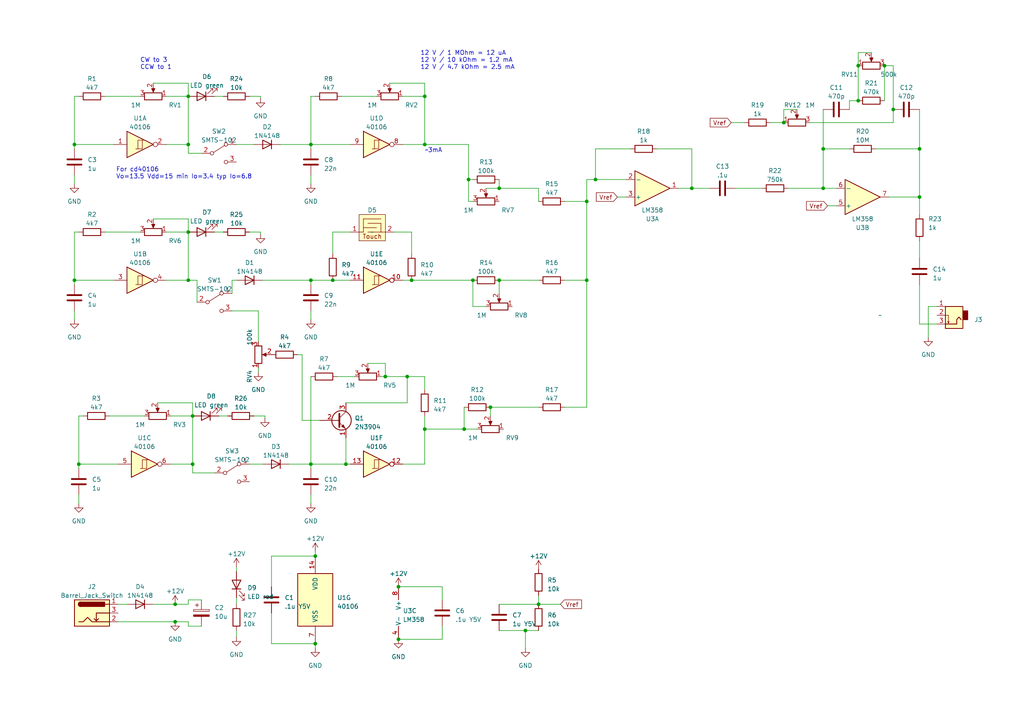
<source format=kicad_sch>
(kicad_sch (version 20230121) (generator eeschema)
  (paper "A4")
  (lib_symbols
    (symbol "4xxx:40106" (pin_names (offset 1.016))
      (property "Reference" "U" (at 0 1.27 0))
      (property "Value" "40106" (at 0 -1.27 0))
      (symbol "40106_1_0"
        (polyline (pts (xy -0.635 -1.27) (xy -0.635 1.27) (xy 0.635 1.27)))
        (polyline (pts (xy -3.81 3.81) (xy -3.81 -3.81) (xy 3.81 0) (xy -3.81 3.81)) (stroke (width 0.254)) (fill (type background)))
        (polyline (pts (xy -1.27 -1.27) (xy 0.635 -1.27) (xy 0.635 1.27) (xy 1.27 1.27)))
        (pin input line (at -7.62 0 0) (length 3.81) (name "~") (number "1"))
        (pin output inverted (at 7.62 0 180) (length 3.81) (name "~") (number "2"))
      )
      (symbol "40106_2_0"
        (polyline (pts (xy -0.635 -1.27) (xy -0.635 1.27) (xy 0.635 1.27)))
        (polyline (pts (xy -3.81 3.81) (xy -3.81 -3.81) (xy 3.81 0) (xy -3.81 3.81)) (stroke (width 0.254)) (fill (type background)))
        (polyline (pts (xy -1.27 -1.27) (xy 0.635 -1.27) (xy 0.635 1.27) (xy 1.27 1.27)))
        (pin input line (at -7.62 0 0) (length 3.81) (name "~") (number "3"))
        (pin output inverted (at 7.62 0 180) (length 3.81) (name "~") (number "4"))
      )
      (symbol "40106_3_0"
        (polyline (pts (xy -0.635 -1.27) (xy -0.635 1.27) (xy 0.635 1.27)))
        (polyline (pts (xy -3.81 3.81) (xy -3.81 -3.81) (xy 3.81 0) (xy -3.81 3.81)) (stroke (width 0.254)) (fill (type background)))
        (polyline (pts (xy -1.27 -1.27) (xy 0.635 -1.27) (xy 0.635 1.27) (xy 1.27 1.27)))
        (pin input line (at -7.62 0 0) (length 3.81) (name "~") (number "5"))
        (pin output inverted (at 7.62 0 180) (length 3.81) (name "~") (number "6"))
      )
      (symbol "40106_4_0"
        (polyline (pts (xy -0.635 -1.27) (xy -0.635 1.27) (xy 0.635 1.27)))
        (polyline (pts (xy -3.81 3.81) (xy -3.81 -3.81) (xy 3.81 0) (xy -3.81 3.81)) (stroke (width 0.254)) (fill (type background)))
        (polyline (pts (xy -1.27 -1.27) (xy 0.635 -1.27) (xy 0.635 1.27) (xy 1.27 1.27)))
        (pin output inverted (at 7.62 0 180) (length 3.81) (name "~") (number "8"))
        (pin input line (at -7.62 0 0) (length 3.81) (name "~") (number "9"))
      )
      (symbol "40106_5_0"
        (polyline (pts (xy -0.635 -1.27) (xy -0.635 1.27) (xy 0.635 1.27)))
        (polyline (pts (xy -3.81 3.81) (xy -3.81 -3.81) (xy 3.81 0) (xy -3.81 3.81)) (stroke (width 0.254)) (fill (type background)))
        (polyline (pts (xy -1.27 -1.27) (xy 0.635 -1.27) (xy 0.635 1.27) (xy 1.27 1.27)))
        (pin output inverted (at 7.62 0 180) (length 3.81) (name "~") (number "10"))
        (pin input line (at -7.62 0 0) (length 3.81) (name "~") (number "11"))
      )
      (symbol "40106_6_0"
        (polyline (pts (xy -0.635 -1.27) (xy -0.635 1.27) (xy 0.635 1.27)))
        (polyline (pts (xy -3.81 3.81) (xy -3.81 -3.81) (xy 3.81 0) (xy -3.81 3.81)) (stroke (width 0.254)) (fill (type background)))
        (polyline (pts (xy -1.27 -1.27) (xy 0.635 -1.27) (xy 0.635 1.27) (xy 1.27 1.27)))
        (pin output inverted (at 7.62 0 180) (length 3.81) (name "~") (number "12"))
        (pin input line (at -7.62 0 0) (length 3.81) (name "~") (number "13"))
      )
      (symbol "40106_7_0"
        (pin power_in line (at 0 12.7 270) (length 5.08) (name "VDD") (number "14"))
        (pin power_in line (at 0 -12.7 90) (length 5.08) (name "VSS") (number "7"))
      )
      (symbol "40106_7_1"
        (rectangle (start -5.08 7.62) (end 5.08 -7.62) (stroke (width 0.254)) (fill (type background)))
      )
    )
    (symbol "Amplifier_Operational:LM358" (pin_names (offset 0.127))
      (property "Reference" "U" (at 0 5.08 0))
      (property "Value" "LM358" (at 0 -5.08 0))
      (symbol "LM358_1_1"
        (polyline (pts (xy -5.08 5.08) (xy 5.08 0) (xy -5.08 -5.08) (xy -5.08 5.08)) (stroke (width 0.254)) (fill (type background)))
        (pin output line (at 7.62 0 180) (length 2.54) (name "~") (number "1"))
        (pin input line (at -7.62 -2.54 0) (length 2.54) (name "-") (number "2"))
        (pin input line (at -7.62 2.54 0) (length 2.54) (name "+") (number "3"))
      )
      (symbol "LM358_2_1"
        (polyline (pts (xy -5.08 5.08) (xy 5.08 0) (xy -5.08 -5.08) (xy -5.08 5.08)) (stroke (width 0.254)) (fill (type background)))
        (pin input line (at -7.62 2.54 0) (length 2.54) (name "+") (number "5"))
        (pin input line (at -7.62 -2.54 0) (length 2.54) (name "-") (number "6"))
        (pin output line (at 7.62 0 180) (length 2.54) (name "~") (number "7"))
      )
      (symbol "LM358_3_1"
        (pin power_in line (at -2.54 -7.62 90) (length 3.81) (name "V-") (number "4"))
        (pin power_in line (at -2.54 7.62 270) (length 3.81) (name "V+") (number "8"))
      )
    )
    (symbol "Connector:Barrel_Jack_Switch" (pin_names hide)
      (property "Reference" "J" (at 0 5.334 0))
      (property "Value" "Barrel_Jack_Switch" (at 0 -5.08 0))
      (symbol "Barrel_Jack_Switch_0_1"
        (rectangle (start -5.08 3.81) (end 5.08 -3.81) (stroke (width 0.254)) (fill (type background)))
        (arc (start -3.302 3.175) (mid -3.9343 2.54) (end -3.302 1.905) (stroke (width 0.254)))
        (arc (start -3.302 3.175) (mid -3.9343 2.54) (end -3.302 1.905) (stroke (width 0.254)) (fill (type outline)))
        (polyline (pts (xy 1.27 -2.286) (xy 1.905 -1.651)) (stroke (width 0.254)))
        (polyline (pts (xy 5.08 2.54) (xy 3.81 2.54)) (stroke (width 0.254)))
        (polyline (pts (xy 5.08 0) (xy 1.27 0) (xy 1.27 -2.286) (xy 0.635 -1.651)) (stroke (width 0.254)))
        (polyline (pts (xy -3.81 -2.54) (xy -2.54 -2.54) (xy -1.27 -1.27) (xy 0 -2.54) (xy 2.54 -2.54) (xy 5.08 -2.54)) (stroke (width 0.254)))
        (rectangle (start 3.683 3.175) (end -3.302 1.905) (stroke (width 0.254)) (fill (type outline)))
      )
      (symbol "Barrel_Jack_Switch_1_1"
        (pin passive line (at 7.62 2.54 180) (length 2.54) (name "~") (number "1"))
        (pin passive line (at 7.62 -2.54 180) (length 2.54) (name "~") (number "2"))
        (pin passive line (at 7.62 0 180) (length 2.54) (name "~") (number "3"))
      )
    )
    (symbol "Device:C" (pin_numbers hide) (pin_names (offset 0.254))
      (property "Reference" "C" (at 0.635 2.54 0))
      (property "Value" "C" (at 0.635 -2.54 0))
      (symbol "C_0_1"
        (polyline (pts (xy -2.032 -0.762) (xy 2.032 -0.762)) (stroke (width 0.508)))
        (polyline (pts (xy -2.032 0.762) (xy 2.032 0.762)) (stroke (width 0.508)))
      )
      (symbol "C_1_1"
        (pin passive line (at 0 3.81 270) (length 2.794) (name "~") (number "1"))
        (pin passive line (at 0 -3.81 90) (length 2.794) (name "~") (number "2"))
      )
    )
    (symbol "Device:C_Polarized" (pin_numbers hide) (pin_names (offset 0.254))
      (property "Reference" "C" (at 0.635 2.54 0))
      (property "Value" "C_Polarized" (at 0.635 -2.54 0))
      (symbol "C_Polarized_0_1"
        (rectangle (start -2.286 0.508) (end 2.286 1.016))
        (polyline (pts (xy -1.778 2.286) (xy -0.762 2.286)))
        (polyline (pts (xy -1.27 2.794) (xy -1.27 1.778)))
        (rectangle (start 2.286 -0.508) (end -2.286 -1.016) (fill (type outline)))
      )
      (symbol "C_Polarized_1_1"
        (pin passive line (at 0 3.81 270) (length 2.794) (name "~") (number "1"))
        (pin passive line (at 0 -3.81 90) (length 2.794) (name "~") (number "2"))
      )
    )
    (symbol "Device:LED" (pin_numbers hide) (pin_names (offset 1.016) hide)
      (property "Reference" "D" (at 0 2.54 0))
      (property "Value" "LED" (at 0 -2.54 0))
      (symbol "LED_0_1"
        (polyline (pts (xy -1.27 -1.27) (xy -1.27 1.27)) (stroke (width 0.254)))
        (polyline (pts (xy -1.27 0) (xy 1.27 0)))
        (polyline (pts (xy 1.27 -1.27) (xy 1.27 1.27) (xy -1.27 0) (xy 1.27 -1.27)) (stroke (width 0.254)))
        (polyline (pts (xy -3.048 -0.762) (xy -4.572 -2.286) (xy -3.81 -2.286) (xy -4.572 -2.286) (xy -4.572 -1.524)))
        (polyline (pts (xy -1.778 -0.762) (xy -3.302 -2.286) (xy -2.54 -2.286) (xy -3.302 -2.286) (xy -3.302 -1.524)))
      )
      (symbol "LED_1_1"
        (pin passive line (at -3.81 0 0) (length 2.54) (name "K") (number "1"))
        (pin passive line (at 3.81 0 180) (length 2.54) (name "A") (number "2"))
      )
    )
    (symbol "Device:R" (pin_numbers hide) (pin_names (offset 0))
      (property "Reference" "R" (at 2.032 0 90))
      (property "Value" "R" (at 0 0 90))
      (symbol "R_0_1"
        (rectangle (start -1.016 -2.54) (end 1.016 2.54) (stroke (width 0.254)))
      )
      (symbol "R_1_1"
        (pin passive line (at 0 3.81 270) (length 1.27) (name "~") (number "1"))
        (pin passive line (at 0 -3.81 90) (length 1.27) (name "~") (number "2"))
      )
    )
    (symbol "Device:R_Potentiometer" (pin_names (offset 1.016) hide)
      (property "Reference" "RV" (at -4.445 0 90))
      (property "Value" "R_Potentiometer" (at -2.54 0 90))
      (symbol "R_Potentiometer_0_1"
        (polyline (pts (xy 2.54 0) (xy 1.524 0)))
        (polyline (pts (xy 1.143 0) (xy 2.286 0.508) (xy 2.286 -0.508) (xy 1.143 0)) (fill (type outline)))
        (rectangle (start 1.016 2.54) (end -1.016 -2.54) (stroke (width 0.254)))
      )
      (symbol "R_Potentiometer_1_1"
        (pin passive line (at 0 3.81 270) (length 1.27) (name "1") (number "1"))
        (pin passive line (at 3.81 0 180) (length 1.27) (name "2") (number "2"))
        (pin passive line (at 0 -3.81 90) (length 1.27) (name "3") (number "3"))
      )
    )
    (symbol "Diode:1N4148" (pin_numbers hide) (pin_names hide)
      (property "Reference" "D" (at 0 2.54 0))
      (property "Value" "1N4148" (at 0 -2.54 0))
      (symbol "1N4148_0_1"
        (polyline (pts (xy -1.27 1.27) (xy -1.27 -1.27)) (stroke (width 0.254)))
        (polyline (pts (xy 1.27 0) (xy -1.27 0)))
        (polyline (pts (xy 1.27 1.27) (xy 1.27 -1.27) (xy -1.27 0) (xy 1.27 1.27)) (stroke (width 0.254)))
      )
      (symbol "1N4148_1_1"
        (pin passive line (at -3.81 0 0) (length 2.54) (name "K") (number "1"))
        (pin passive line (at 3.81 0 180) (length 2.54) (name "A") (number "2"))
      )
    )
    (symbol "Switch:SW_SPDT" (pin_names (offset 0) hide)
      (property "Reference" "SW" (at 0 4.318 0))
      (property "Value" "SW_SPDT" (at 0 -5.08 0))
      (symbol "SW_SPDT_0_0"
        (circle (center -2.032 0) (radius 0.508))
        (circle (center 2.032 -2.54) (radius 0.508))
      )
      (symbol "SW_SPDT_0_1"
        (polyline (pts (xy -1.524 0.254) (xy 1.651 2.286)))
        (circle (center 2.032 2.54) (radius 0.508))
      )
      (symbol "SW_SPDT_1_1"
        (pin passive line (at 5.08 2.54 180) (length 2.54) (name "A") (number "1"))
        (pin passive line (at -5.08 0 0) (length 2.54) (name "B") (number "2"))
        (pin passive line (at 5.08 -2.54 180) (length 2.54) (name "C") (number "3"))
      )
    )
    (symbol "Transistor_BJT:2N3904" (pin_names (offset 0) hide)
      (property "Reference" "Q" (at 5.08 1.905 0))
      (property "Value" "2N3904" (at 5.08 0 0))
      (symbol "2N3904_0_1"
        (polyline (pts (xy 0.635 0.635) (xy 2.54 2.54)))
        (polyline (pts (xy 0.635 -0.635) (xy 2.54 -2.54) (xy 2.54 -2.54)))
        (polyline (pts (xy 0.635 1.905) (xy 0.635 -1.905) (xy 0.635 -1.905)) (stroke (width 0.508)))
        (polyline (pts (xy 1.27 -1.778) (xy 1.778 -1.27) (xy 2.286 -2.286) (xy 1.27 -1.778) (xy 1.27 -1.778)) (fill (type outline)))
        (circle (center 1.27 0) (radius 2.8194) (stroke (width 0.254)))
      )
      (symbol "2N3904_1_1"
        (pin passive line (at 2.54 -5.08 90) (length 2.54) (name "E") (number "1"))
        (pin passive line (at -5.08 0 0) (length 5.715) (name "B") (number "2"))
        (pin passive line (at 2.54 5.08 270) (length 2.54) (name "C") (number "3"))
      )
    )
    (symbol "import:AudioJackMono"
      (property "Reference" "J3" (at -5.715 1.27 0))
      (property "Value" "~" (at 21.59 2.54 0))
      (symbol "AudioJackMono_0_1"
        (rectangle (start -3.81 3.81) (end -2.54 1.27) (stroke (width 0.254)) (fill (type outline)))
        (rectangle (start -2.413 5.08) (end 2.667 -1.27) (stroke (width 0.254)) (fill (type background)))
        (polyline (pts (xy 1.778 0.254) (xy 2.032 0.762)))
        (polyline (pts (xy 2.54 2.54) (xy 1.778 2.54) (xy 1.778 0.254) (xy 1.524 0.762)))
        (polyline (pts (xy 2.54 0) (xy -0.635 0) (xy -0.635 1.27) (xy -1.27 2.032) (xy -1.905 1.27)) (stroke (width 0.254)))
      )
      (symbol "AudioJackMono_1_1"
        (pin passive line (at 5.08 5.08 180) (length 2.54) (name "~") (number "1"))
        (pin passive line (at 5.08 2.54 180) (length 2.54) (name "~") (number "2"))
        (pin passive line (at 5.08 0 180) (length 2.54) (name "~") (number "3"))
      )
    )
    (symbol "import:tactile_pad" (in_bom no)
      (property "Reference" "D" (at 0 6.35 0))
      (symbol "tactile_pad_0_1"
        (polyline (pts (xy -3.81 0) (xy -2.54 0)))
        (polyline (pts (xy -2.54 1.27) (xy 1.27 1.27)))
        (polyline (pts (xy -2.54 3.81) (xy -2.54 0)))
        (polyline (pts (xy -2.54 3.81) (xy 2.54 3.81)))
        (polyline (pts (xy -1.27 0) (xy 2.54 0)))
        (polyline (pts (xy -1.27 2.54) (xy 2.54 2.54)))
        (polyline (pts (xy 2.54 0) (xy 3.81 0)))
        (polyline (pts (xy 2.54 2.54) (xy 2.54 0)))
      )
      (symbol "tactile_pad_1_1"
        (rectangle (start -3.81 5.08) (end 3.81 -2.54) (fill (type background)))
        (text "Touch" (at 0 -1.27 0) (effects (font (size 1.27 1.27))))
        (pin passive line (at -6.35 0 0) (length 2.54) (name "") (number "1"))
        (pin passive line (at 6.35 0 180) (length 2.54) (name "") (number "2"))
      )
    )
    (symbol "power:+12V" (power) (pin_names (offset 0))
      (property "Value" "+12V" (at 0 3.556 0))
      (symbol "+12V_0_1"
        (polyline (pts (xy -0.762 1.27) (xy 0 2.54)))
        (polyline (pts (xy 0 0) (xy 0 2.54)))
        (polyline (pts (xy 0 2.54) (xy 0.762 1.27)))
      )
      (symbol "+12V_1_1"
        (pin power_in line (at 0 0 90) (length 0) hide (name "+12V") (number "1"))
      )
    )
    (symbol "power:GND" (power) (pin_names (offset 0))
      (property "Value" "GND" (at 0 -3.81 0))
      (symbol "GND_0_1"
        (polyline (pts (xy 0 0) (xy 0 -1.27) (xy 1.27 -1.27) (xy 0 -2.54) (xy -1.27 -1.27) (xy 0 -1.27)))
      )
      (symbol "GND_1_1"
        (pin power_in line (at 0 0 270) (length 0) hide (name "GND") (number "1"))
      )
    )
  )
  (junction (at 55.88 120.65))
  (junction (at 115.57 185.42))
  (junction (at 54.61 41.91))
  (junction (at 200.66 54.61))
  (junction (at 96.52 81.28))
  (junction (at 170.18 81.28))
  (junction (at 137.16 81.28))
  (junction (at 100.33 134.62))
  (junction (at 152.4 182.88))
  (junction (at 91.44 161.29))
  (junction (at 227.33 35.56))
  (junction (at 135.89 52.07))
  (junction (at 90.17 134.62))
  (junction (at 238.76 43.18))
  (junction (at 144.78 54.61))
  (junction (at 119.38 81.28))
  (junction (at 54.61 67.31))
  (junction (at 54.61 81.28))
  (junction (at 142.24 118.11))
  (junction (at 21.59 81.28))
  (junction (at 248.92 29.21))
  (junction (at 55.88 134.62))
  (junction (at 21.59 41.91))
  (junction (at 91.44 186.69))
  (junction (at 115.57 170.18))
  (junction (at 90.17 81.28))
  (junction (at 123.19 124.46))
  (junction (at 170.18 58.42))
  (junction (at 256.54 19.05))
  (junction (at 172.72 52.07))
  (junction (at 54.61 27.94))
  (junction (at 123.19 27.94))
  (junction (at 259.08 31.75))
  (junction (at 144.78 81.28))
  (junction (at 90.17 41.91))
  (junction (at 238.76 54.61))
  (junction (at 118.11 109.22))
  (junction (at 248.92 19.05))
  (junction (at 22.86 134.62))
  (junction (at 156.21 175.26))
  (junction (at 111.76 109.22))
  (junction (at 266.7 57.15))
  (junction (at 123.19 41.91))
  (junction (at 50.8 180.34))
  (junction (at 134.62 124.46))
  (junction (at 50.8 175.26))
  (junction (at 266.7 43.18))
  (wire (pts (xy 110.49 109.22) (xy 111.76 109.22)))
  (wire (pts (xy 68.58 81.28) (xy 67.31 81.28)))
  (wire (pts (xy 90.17 81.28) (xy 90.17 82.55)))
  (wire (pts (xy 163.83 81.28) (xy 170.18 81.28)))
  (wire (pts (xy 111.76 109.22) (xy 118.11 109.22)))
  (wire (pts (xy 54.61 180.34) (xy 50.8 180.34)))
  (wire (pts (xy 123.19 24.13) (xy 113.03 24.13)))
  (wire (pts (xy 58.42 173.99) (xy 54.61 173.99)))
  (wire (pts (xy 144.78 182.88) (xy 152.4 182.88)))
  (wire (pts (xy 30.48 67.31) (xy 40.64 67.31)))
  (wire (pts (xy 259.08 31.75) (xy 259.08 35.56)))
  (wire (pts (xy 118.11 116.84) (xy 118.11 109.22)))
  (wire (pts (xy 48.26 41.91) (xy 54.61 41.91)))
  (wire (pts (xy 55.88 134.62) (xy 55.88 120.65)))
  (wire (pts (xy 90.17 143.51) (xy 90.17 146.05)))
  (wire (pts (xy 74.93 106.68) (xy 74.93 107.95)))
  (wire (pts (xy 73.66 120.65) (xy 76.835 120.65)))
  (wire (pts (xy 259.08 19.05) (xy 256.54 19.05)))
  (wire (pts (xy 67.31 81.28) (xy 67.31 85.09)))
  (wire (pts (xy 116.84 27.94) (xy 123.19 27.94)))
  (wire (pts (xy 128.27 170.18) (xy 128.27 173.99)))
  (wire (pts (xy 123.19 41.91) (xy 123.19 27.94)))
  (wire (pts (xy 21.59 90.17) (xy 21.59 92.71)))
  (wire (pts (xy 91.44 160.02) (xy 91.44 161.29)))
  (wire (pts (xy 200.66 54.61) (xy 196.85 54.61)))
  (wire (pts (xy 72.39 134.62) (xy 76.2 134.62)))
  (wire (pts (xy 238.76 43.18) (xy 238.76 54.61)))
  (wire (pts (xy 90.17 90.17) (xy 90.17 92.71)))
  (wire (pts (xy 22.86 27.94) (xy 21.59 27.94)))
  (wire (pts (xy 269.24 88.9) (xy 269.24 97.79)))
  (wire (pts (xy 62.23 27.94) (xy 64.77 27.94)))
  (wire (pts (xy 123.19 120.65) (xy 123.19 124.46)))
  (wire (pts (xy 76.835 120.65) (xy 76.835 121.285)))
  (wire (pts (xy 182.88 43.18) (xy 172.72 43.18)))
  (wire (pts (xy 78.74 161.29) (xy 91.44 161.29)))
  (wire (pts (xy 116.84 41.91) (xy 123.19 41.91)))
  (wire (pts (xy 135.89 52.07) (xy 135.89 58.42)))
  (wire (pts (xy 34.29 175.26) (xy 36.83 175.26)))
  (wire (pts (xy 144.78 81.28) (xy 156.21 81.28)))
  (wire (pts (xy 135.89 41.91) (xy 135.89 52.07)))
  (wire (pts (xy 238.76 54.61) (xy 242.57 54.61)))
  (wire (pts (xy 54.61 44.45) (xy 54.61 41.91)))
  (wire (pts (xy 49.53 120.65) (xy 55.88 120.65)))
  (wire (pts (xy 140.97 54.61) (xy 144.78 54.61)))
  (wire (pts (xy 96.52 67.31) (xy 101.6 67.31)))
  (wire (pts (xy 22.86 134.62) (xy 22.86 135.89)))
  (wire (pts (xy 144.78 54.61) (xy 156.21 54.61)))
  (wire (pts (xy 213.36 54.61) (xy 220.98 54.61)))
  (wire (pts (xy 55.88 137.16) (xy 62.23 137.16)))
  (wire (pts (xy 123.19 124.46) (xy 134.62 124.46)))
  (wire (pts (xy 68.58 164.465) (xy 68.58 165.735)))
  (wire (pts (xy 54.61 24.13) (xy 54.61 27.94)))
  (wire (pts (xy 90.17 50.8) (xy 90.17 53.34)))
  (wire (pts (xy 96.52 81.28) (xy 90.17 81.28)))
  (wire (pts (xy 83.82 134.62) (xy 90.17 134.62)))
  (wire (pts (xy 22.86 120.65) (xy 22.86 134.62)))
  (wire (pts (xy 62.23 67.31) (xy 64.77 67.31)))
  (wire (pts (xy 246.38 31.75) (xy 246.38 29.21)))
  (wire (pts (xy 172.72 52.07) (xy 181.61 52.07)))
  (wire (pts (xy 90.17 27.94) (xy 90.17 41.91)))
  (wire (pts (xy 74.93 90.17) (xy 67.31 90.17)))
  (wire (pts (xy 266.7 31.75) (xy 266.7 43.18)))
  (wire (pts (xy 118.11 109.22) (xy 123.19 109.22)))
  (wire (pts (xy 144.78 175.26) (xy 156.21 175.26)))
  (wire (pts (xy 116.84 81.28) (xy 119.38 81.28)))
  (wire (pts (xy 72.39 27.94) (xy 75.565 27.94)))
  (wire (pts (xy 90.17 109.22) (xy 90.17 134.62)))
  (wire (pts (xy 163.83 118.11) (xy 170.18 118.11)))
  (wire (pts (xy 238.76 31.75) (xy 238.76 43.18)))
  (wire (pts (xy 54.61 181.61) (xy 54.61 180.34)))
  (wire (pts (xy 54.61 175.26) (xy 50.8 175.26)))
  (wire (pts (xy 34.29 134.62) (xy 22.86 134.62)))
  (wire (pts (xy 21.59 50.8) (xy 21.59 53.34)))
  (wire (pts (xy 90.17 41.91) (xy 90.17 43.18)))
  (wire (pts (xy 144.78 52.07) (xy 144.78 54.61)))
  (wire (pts (xy 21.59 27.94) (xy 21.59 41.91)))
  (wire (pts (xy 57.15 81.28) (xy 54.61 81.28)))
  (wire (pts (xy 76.2 81.28) (xy 90.17 81.28)))
  (wire (pts (xy 22.86 143.51) (xy 22.86 146.05)))
  (wire (pts (xy 54.61 67.31) (xy 54.61 63.5)))
  (wire (pts (xy 246.38 29.21) (xy 248.92 29.21)))
  (wire (pts (xy 100.33 127) (xy 100.33 134.62)))
  (wire (pts (xy 170.18 81.28) (xy 170.18 118.11)))
  (wire (pts (xy 266.7 62.23) (xy 266.7 57.15)))
  (wire (pts (xy 54.61 27.94) (xy 54.61 41.91)))
  (wire (pts (xy 90.17 134.62) (xy 90.17 135.89)))
  (wire (pts (xy 55.88 137.16) (xy 55.88 134.62)))
  (wire (pts (xy 123.19 41.91) (xy 135.89 41.91)))
  (wire (pts (xy 170.18 52.07) (xy 172.72 52.07)))
  (wire (pts (xy 137.16 81.28) (xy 137.16 88.9)))
  (wire (pts (xy 266.7 69.85) (xy 266.7 74.93)))
  (wire (pts (xy 119.38 81.28) (xy 137.16 81.28)))
  (wire (pts (xy 44.45 175.26) (xy 50.8 175.26)))
  (wire (pts (xy 259.08 35.56) (xy 234.95 35.56)))
  (wire (pts (xy 54.61 24.13) (xy 44.45 24.13)))
  (wire (pts (xy 172.72 52.07) (xy 172.72 43.18)))
  (wire (pts (xy 223.52 35.56) (xy 227.33 35.56)))
  (wire (pts (xy 97.79 109.22) (xy 102.87 109.22)))
  (wire (pts (xy 72.39 67.31) (xy 75.565 67.31)))
  (wire (pts (xy 55.88 120.65) (xy 55.88 116.84)))
  (wire (pts (xy 248.92 15.24) (xy 252.73 15.24)))
  (wire (pts (xy 156.21 172.72) (xy 156.21 175.26)))
  (wire (pts (xy 271.78 88.9) (xy 269.24 88.9)))
  (wire (pts (xy 48.26 67.31) (xy 54.61 67.31)))
  (wire (pts (xy 200.66 43.18) (xy 200.66 54.61)))
  (wire (pts (xy 21.59 67.31) (xy 21.59 81.28)))
  (wire (pts (xy 33.02 41.91) (xy 21.59 41.91)))
  (wire (pts (xy 78.74 186.69) (xy 91.44 186.69)))
  (wire (pts (xy 266.7 93.98) (xy 271.78 93.98)))
  (wire (pts (xy 21.59 41.91) (xy 21.59 43.18)))
  (wire (pts (xy 99.06 27.94) (xy 109.22 27.94)))
  (wire (pts (xy 34.29 180.34) (xy 50.8 180.34)))
  (wire (pts (xy 115.57 170.18) (xy 128.27 170.18)))
  (wire (pts (xy 111.76 105.41) (xy 106.68 105.41)))
  (wire (pts (xy 68.58 173.355) (xy 68.58 175.26)))
  (wire (pts (xy 96.52 67.31) (xy 96.52 73.66)))
  (wire (pts (xy 123.19 109.22) (xy 123.19 113.03)))
  (wire (pts (xy 111.76 109.22) (xy 111.76 105.41)))
  (wire (pts (xy 31.75 120.65) (xy 41.91 120.65)))
  (wire (pts (xy 142.24 118.11) (xy 156.21 118.11)))
  (wire (pts (xy 22.86 67.31) (xy 21.59 67.31)))
  (wire (pts (xy 137.16 88.9) (xy 140.97 88.9)))
  (wire (pts (xy 92.71 121.92) (xy 87.63 121.92)))
  (wire (pts (xy 101.6 41.91) (xy 90.17 41.91)))
  (wire (pts (xy 55.88 116.84) (xy 45.72 116.84)))
  (wire (pts (xy 78.74 161.29) (xy 78.74 170.18)))
  (wire (pts (xy 135.89 58.42) (xy 137.16 58.42)))
  (wire (pts (xy 81.28 41.91) (xy 90.17 41.91)))
  (wire (pts (xy 68.58 41.91) (xy 73.66 41.91)))
  (wire (pts (xy 227.33 35.56) (xy 227.33 31.75)))
  (wire (pts (xy 68.58 182.88) (xy 68.58 184.785)))
  (wire (pts (xy 134.62 118.11) (xy 134.62 124.46)))
  (wire (pts (xy 152.4 182.88) (xy 156.21 182.88)))
  (wire (pts (xy 54.61 173.99) (xy 54.61 175.26)))
  (wire (pts (xy 212.09 35.56) (xy 215.9 35.56)))
  (wire (pts (xy 227.33 31.75) (xy 231.14 31.75)))
  (wire (pts (xy 254 43.18) (xy 266.7 43.18)))
  (wire (pts (xy 240.03 59.69) (xy 242.57 59.69)))
  (wire (pts (xy 75.565 67.31) (xy 75.565 67.945)))
  (wire (pts (xy 48.26 27.94) (xy 54.61 27.94)))
  (wire (pts (xy 30.48 27.94) (xy 40.64 27.94)))
  (wire (pts (xy 152.4 182.88) (xy 152.4 187.96)))
  (wire (pts (xy 74.93 99.06) (xy 74.93 90.17)))
  (wire (pts (xy 58.42 44.45) (xy 54.61 44.45)))
  (wire (pts (xy 115.57 185.42) (xy 128.27 185.42)))
  (wire (pts (xy 190.5 43.18) (xy 200.66 43.18)))
  (wire (pts (xy 248.92 19.05) (xy 248.92 29.21)))
  (wire (pts (xy 58.42 181.61) (xy 54.61 181.61)))
  (wire (pts (xy 78.74 177.8) (xy 78.74 186.69)))
  (wire (pts (xy 179.07 57.15) (xy 181.61 57.15)))
  (wire (pts (xy 101.6 81.28) (xy 96.52 81.28)))
  (wire (pts (xy 87.63 102.87) (xy 87.63 121.92)))
  (wire (pts (xy 266.7 82.55) (xy 266.7 93.98)))
  (wire (pts (xy 200.66 54.61) (xy 205.74 54.61)))
  (wire (pts (xy 49.53 134.62) (xy 55.88 134.62)))
  (wire (pts (xy 119.38 67.31) (xy 119.38 73.66)))
  (wire (pts (xy 156.21 175.26) (xy 162.56 175.26)))
  (wire (pts (xy 91.44 187.96) (xy 91.44 186.69)))
  (wire (pts (xy 256.54 29.21) (xy 256.54 19.05)))
  (wire (pts (xy 144.78 81.28) (xy 144.78 85.09)))
  (wire (pts (xy 91.44 27.94) (xy 90.17 27.94)))
  (wire (pts (xy 170.18 58.42) (xy 170.18 81.28)))
  (wire (pts (xy 57.15 81.28) (xy 57.15 87.63)))
  (wire (pts (xy 248.92 19.05) (xy 248.92 15.24)))
  (wire (pts (xy 101.6 134.62) (xy 100.33 134.62)))
  (wire (pts (xy 228.6 54.61) (xy 238.76 54.61)))
  (wire (pts (xy 123.19 134.62) (xy 123.19 124.46)))
  (wire (pts (xy 100.33 134.62) (xy 90.17 134.62)))
  (wire (pts (xy 128.27 181.61) (xy 128.27 185.42)))
  (wire (pts (xy 116.84 134.62) (xy 123.19 134.62)))
  (wire (pts (xy 114.3 67.31) (xy 119.38 67.31)))
  (wire (pts (xy 48.26 81.28) (xy 54.61 81.28)))
  (wire (pts (xy 54.61 67.31) (xy 54.61 81.28)))
  (wire (pts (xy 266.7 57.15) (xy 257.81 57.15)))
  (wire (pts (xy 156.21 54.61) (xy 156.21 58.42)))
  (wire (pts (xy 238.76 43.18) (xy 246.38 43.18)))
  (wire (pts (xy 100.33 116.84) (xy 118.11 116.84)))
  (wire (pts (xy 21.59 81.28) (xy 21.59 82.55)))
  (wire (pts (xy 266.7 43.18) (xy 266.7 57.15)))
  (wire (pts (xy 63.5 120.65) (xy 66.04 120.65)))
  (wire (pts (xy 259.08 31.75) (xy 259.08 19.05)))
  (wire (pts (xy 33.02 81.28) (xy 21.59 81.28)))
  (wire (pts (xy 75.565 27.94) (xy 75.565 28.575)))
  (wire (pts (xy 134.62 124.46) (xy 138.43 124.46)))
  (wire (pts (xy 142.24 120.65) (xy 142.24 118.11)))
  (wire (pts (xy 163.83 58.42) (xy 170.18 58.42)))
  (wire (pts (xy 24.13 120.65) (xy 22.86 120.65)))
  (wire (pts (xy 137.16 52.07) (xy 135.89 52.07)))
  (wire (pts (xy 87.63 102.87) (xy 86.36 102.87)))
  (wire (pts (xy 54.61 63.5) (xy 44.45 63.5)))
  (wire (pts (xy 170.18 52.07) (xy 170.18 58.42)))
  (wire (pts (xy 123.19 27.94) (xy 123.19 24.13)))
  (text "CW to 3\nCCW to 1\n" (at 40.64 20.32 0) (effects (font (size 1.27 1.27)) (justify left bottom)))
  (text "12 V / 1 MOhm = 12 uA\n12 V / 10 kOhm = 1.2 mA\n12 V / 4.7 kOhm = 2.5 mA" (at 121.92 20.32 0) (effects (font (size 1.27 1.27)) (justify left bottom)))
  (text "~3mA" (at 123.19 44.45 0) (effects (font (size 1.27 1.27)) (justify left bottom)))
  (text "For cd40106\nVo=13.5 Vdd=15 min Io=3.4 typ Io=6.8" (at 33.655 52.07 0) (effects (font (size 1.27 1.27)) (justify left bottom)))
  (global_label "Vref" (shape input) (at 240.03 59.69 180) (property "Intersheetrefs" "${INTERSHEET_REFS}" (effects hide)))
  (global_label "Vref" (shape input) (at 212.09 35.56 180) (property "Intersheetrefs" "${INTERSHEET_REFS}" (effects hide)))
  (global_label "Vref" (shape input) (at 162.56 175.26 0) (property "Intersheetrefs" "${INTERSHEET_REFS}" (effects hide)))
  (global_label "Vref" (shape input) (at 179.07 57.15 180) (property "Intersheetrefs" "${INTERSHEET_REFS}" (effects hide)))
  (symbol (lib_id "Device:R") (at 68.58 179.07 0) (unit 1)
    (property "Reference" "R27" (at 70.485 178.435 0) (effects (justify left)))
    (property "Value" "10k" (at 70.485 180.975 0) (effects (justify left)))
    (property "Footprint" "Resistor_THT:R_Axial_DIN0207_L6.3mm_D2.5mm_P10.16mm_Horizontal" (effects hide))
  )
  (symbol (lib_id "power:GND") (at 152.4 187.96 0) (unit 1)
    (property "Reference" "#PWR011" (effects hide))
    (property "Value" "GND" (at 152.4 193.04 0))
  )
  (symbol (lib_id "power:GND") (at 75.565 67.945 0) (unit 1)
    (property "Reference" "#PWR018" (effects hide))
    (property "Value" "GND" (at 75.565 73.025 0))
  )
  (symbol (lib_id "Device:R_Potentiometer") (at 142.24 124.46 270) (mirror x) (unit 1)
    (property "Reference" "RV9" (at 148.59 127 90))
    (property "Value" "1M" (at 137.16 127 90))
    (property "Footprint" "Potentiometer_THT:Potentiometer_Bourns_PTV09A-1_Single_Vertical" (effects hide))
  )
  (symbol (lib_id "Device:R") (at 219.71 35.56 270) (unit 1)
    (property "Reference" "R19" (at 219.71 30.48 90))
    (property "Value" "1k" (at 219.71 33.02 90))
    (property "Footprint" "Resistor_THT:R_Axial_DIN0207_L6.3mm_D2.5mm_P10.16mm_Horizontal" (effects hide))
  )
  (symbol (lib_id "Device:LED") (at 58.42 27.94 180) (unit 1)
    (property "Reference" "D6" (at 60.0075 22.225 0))
    (property "Value" "LED green" (at 60.0075 24.765 0))
    (property "Footprint" "LED_THT:LED_D5.0mm" (effects hide))
  )
  (symbol (lib_id "Connector:Barrel_Jack_Switch") (at 26.67 177.8 0) (unit 1)
    (property "Reference" "J2" (at 26.67 170.18 0))
    (property "Value" "Barrel_Jack_Switch" (at 26.67 172.72 0))
    (property "Footprint" "Connector_BarrelJack:BarrelJack_Wuerth_6941xx301002" (effects hide))
  )
  (symbol (lib_id "Device:C") (at 144.78 179.07 0) (unit 1)
    (property "Reference" "C7" (at 148.59 178.435 0) (effects (justify left)))
    (property "Value" "1u Y5V" (at 148.59 180.975 0) (effects (justify left)))
    (property "Footprint" "Capacitor_THT:C_Disc_D4.3mm_W1.9mm_P5.00mm" (effects hide))
  )
  (symbol (lib_id "import:tactile_pad") (at 107.95 67.31 0) (unit 1) (in_bom no)
    (property "Reference" "D5" (at 107.95 60.96 0))
    (property "Value" "~" (at 107.95 67.31 0))
    (property "Footprint" "Import:tactile pad triangle" (effects hide))
  )
  (symbol (lib_id "Device:R") (at 140.97 81.28 270) (unit 1)
    (property "Reference" "R14" (at 140.97 76.2 90))
    (property "Value" "100k" (at 140.97 78.74 90))
    (property "Footprint" "Resistor_THT:R_Axial_DIN0207_L6.3mm_D2.5mm_P10.16mm_Horizontal" (effects hide))
  )
  (symbol (lib_id "power:GND") (at 90.17 53.34 0) (unit 1)
    (property "Reference" "#PWR013" (effects hide))
    (property "Value" "GND" (at 90.17 58.42 0))
  )
  (symbol (lib_id "Device:R_Potentiometer") (at 144.78 88.9 270) (mirror x) (unit 1)
    (property "Reference" "RV8" (at 151.13 91.44 90))
    (property "Value" "1M" (at 139.7 91.44 90))
    (property "Footprint" "Potentiometer_THT:Potentiometer_Bourns_PTV09A-1_Single_Vertical" (effects hide))
  )
  (symbol (lib_id "Device:R") (at 252.73 29.21 270) (unit 1)
    (property "Reference" "R21" (at 252.73 24.13 90))
    (property "Value" "470k" (at 252.73 26.67 90))
    (property "Footprint" "Resistor_THT:R_Axial_DIN0207_L6.3mm_D2.5mm_P10.16mm_Horizontal" (effects hide))
  )
  (symbol (lib_id "Device:R") (at 93.98 109.22 90) (unit 1)
    (property "Reference" "R7" (at 93.98 104.14 90))
    (property "Value" "4k7" (at 93.98 106.68 90))
    (property "Footprint" "Resistor_THT:R_Axial_DIN0207_L6.3mm_D2.5mm_P10.16mm_Horizontal" (effects hide))
  )
  (symbol (lib_id "Device:LED") (at 58.42 67.31 180) (unit 1)
    (property "Reference" "D7" (at 60.0075 61.595 0))
    (property "Value" "LED green" (at 60.0075 64.135 0))
    (property "Footprint" "LED_THT:LED_D5.0mm" (effects hide))
  )
  (symbol (lib_id "Device:R") (at 140.97 52.07 90) (mirror x) (unit 1)
    (property "Reference" "R13" (at 140.97 46.99 90))
    (property "Value" "100k" (at 140.97 49.53 90))
    (property "Footprint" "Resistor_THT:R_Axial_DIN0207_L6.3mm_D2.5mm_P10.16mm_Horizontal" (effects hide))
  )
  (symbol (lib_id "Device:R") (at 119.38 77.47 180) (unit 1)
    (property "Reference" "R10" (at 121.92 76.835 0) (effects (justify right)))
    (property "Value" "4k7" (at 121.92 79.375 0) (effects (justify right)))
    (property "Footprint" "Resistor_THT:R_Axial_DIN0207_L6.3mm_D2.5mm_P10.16mm_Horizontal" (effects hide))
  )
  (symbol (lib_id "Device:R_Potentiometer") (at 106.68 109.22 270) (mirror x) (unit 1)
    (property "Reference" "RV5" (at 113.03 111.76 90))
    (property "Value" "1M" (at 101.6 111.76 90))
    (property "Footprint" "Potentiometer_THT:Potentiometer_Bourns_PTV09A-1_Single_Vertical" (effects hide))
  )
  (symbol (lib_id "Device:R") (at 138.43 118.11 270) (unit 1)
    (property "Reference" "R12" (at 138.43 113.03 90))
    (property "Value" "100k" (at 138.43 115.57 90))
    (property "Footprint" "Resistor_THT:R_Axial_DIN0207_L6.3mm_D2.5mm_P10.16mm_Horizontal" (effects hide))
  )
  (symbol (lib_id "power:GND") (at 90.17 146.05 0) (unit 1)
    (property "Reference" "#PWR015" (effects hide))
    (property "Value" "GND" (at 90.17 151.13 0))
  )
  (symbol (lib_id "Device:R_Potentiometer") (at 252.73 19.05 90) (unit 1)
    (property "Reference" "RV11" (at 246.38 21.59 90))
    (property "Value" "500k" (at 257.81 21.59 90))
    (property "Footprint" "Potentiometer_THT:Potentiometer_Bourns_PTV09A-1_Single_Vertical" (effects hide))
  )
  (symbol (lib_id "power:GND") (at 74.93 107.95 0) (unit 1)
    (property "Reference" "#PWR010" (effects hide))
    (property "Value" "GND" (at 74.93 113.03 0))
  )
  (symbol (lib_id "4xxx:40106") (at 109.22 41.91 0) (unit 4)
    (property "Reference" "U1" (at 109.22 34.29 0))
    (property "Value" "40106" (at 109.22 36.83 0))
    (property "Footprint" "Package_DIP:DIP-14_W7.62mm" (effects hide))
    (property "Datasheet" "https://assets.nexperia.com/documents/data-sheet/HEF40106B.pdf" (effects hide))
  )
  (symbol (lib_id "Amplifier_Operational:LM358") (at 189.23 54.61 0) (mirror x) (unit 1)
    (property "Reference" "U3" (at 189.23 63.5 0))
    (property "Value" "LM358" (at 189.23 60.96 0))
    (property "Footprint" "Package_DIP:DIP-8_W7.62mm" (effects hide))
    (property "Datasheet" "http://www.ti.com/lit/ds/symlink/lm2904-n.pdf" (effects hide))
  )
  (symbol (lib_id "Amplifier_Operational:LM358") (at 118.11 177.8 0) (unit 3)
    (property "Reference" "U3" (at 116.84 177.165 0) (effects (justify left)))
    (property "Value" "LM358" (at 116.84 179.705 0) (effects (justify left)))
    (property "Footprint" "Package_DIP:DIP-8_W7.62mm" (effects hide))
    (property "Datasheet" "http://www.ti.com/lit/ds/symlink/lm2904-n.pdf" (effects hide))
  )
  (symbol (lib_id "Diode:1N4148") (at 40.64 175.26 180) (unit 1)
    (property "Reference" "D4" (at 40.64 170.18 0))
    (property "Value" "1N4148" (at 40.64 172.72 0))
    (property "Footprint" "Diode_THT:D_DO-35_SOD27_P10.16mm_Horizontal" (effects hide))
    (property "Datasheet" "https://assets.nexperia.com/documents/data-sheet/1N4148_1N4448.pdf" (effects hide))
    (property "Sim.Device" "D" (effects hide))
    (property "Sim.Pins" "1=K 2=A" (effects hide))
  )
  (symbol (lib_id "Device:C") (at 21.59 86.36 0) (unit 1)
    (property "Reference" "C4" (at 25.4 85.725 0) (effects (justify left)))
    (property "Value" "1u" (at 25.4 88.265 0) (effects (justify left)))
    (property "Footprint" "Capacitor_THT:C_Disc_D4.3mm_W1.9mm_P5.00mm" (effects hide))
  )
  (symbol (lib_id "Device:R") (at 224.79 54.61 270) (unit 1)
    (property "Reference" "R22" (at 224.79 49.53 90))
    (property "Value" "750k" (at 224.79 52.07 90))
    (property "Footprint" "Resistor_THT:R_Axial_DIN0207_L6.3mm_D2.5mm_P10.16mm_Horizontal" (effects hide))
  )
  (symbol (lib_id "Device:C") (at 22.86 139.7 0) (unit 1)
    (property "Reference" "C5" (at 26.67 139.065 0) (effects (justify left)))
    (property "Value" "1u" (at 26.67 141.605 0) (effects (justify left)))
    (property "Footprint" "Capacitor_THT:C_Disc_D4.3mm_W1.9mm_P5.00mm" (effects hide))
  )
  (symbol (lib_id "Device:R") (at 96.52 77.47 180) (unit 1)
    (property "Reference" "R9" (at 99.06 76.835 0) (effects (justify right)))
    (property "Value" "4k7" (at 99.06 79.375 0) (effects (justify right)))
    (property "Footprint" "Resistor_THT:R_Axial_DIN0207_L6.3mm_D2.5mm_P10.16mm_Horizontal" (effects hide))
  )
  (symbol (lib_id "Device:C") (at 78.74 173.99 0) (mirror y) (unit 1)
    (property "Reference" "C1" (at 82.55 173.355 0) (effects (justify right)))
    (property "Value" ".1u Y5V" (at 82.55 175.895 0) (effects (justify right)))
    (property "Footprint" "Capacitor_THT:C_Disc_D4.3mm_W1.9mm_P5.00mm" (effects hide))
  )
  (symbol (lib_id "Device:C_Polarized") (at 58.42 177.8 0) (unit 1)
    (property "Reference" "C2" (at 62.23 176.276 0) (effects (justify left)))
    (property "Value" "10u" (at 62.23 178.816 0) (effects (justify left)))
    (property "Footprint" "Capacitor_THT:CP_Radial_D8.0mm_P5.00mm" (effects hide))
  )
  (symbol (lib_id "Switch:SW_SPDT") (at 63.5 44.45 0) (unit 1)
    (property "Reference" "SW2" (at 63.5 38.1 0))
    (property "Value" "SMTS-102" (at 63.5 40.64 0))
    (property "Footprint" "Import:SMTS-102" (effects hide))
  )
  (symbol (lib_id "Device:R") (at 123.19 116.84 180) (unit 1)
    (property "Reference" "R11" (at 125.73 116.205 0) (effects (justify right)))
    (property "Value" "4k7" (at 125.73 118.745 0) (effects (justify right)))
    (property "Footprint" "Resistor_THT:R_Axial_DIN0207_L6.3mm_D2.5mm_P10.16mm_Horizontal" (effects hide))
  )
  (symbol (lib_id "Diode:1N4148") (at 72.39 81.28 180) (unit 1)
    (property "Reference" "D1" (at 72.39 76.2 0))
    (property "Value" "1N4148" (at 72.39 78.74 0))
    (property "Footprint" "Diode_THT:D_DO-35_SOD27_P10.16mm_Horizontal" (effects hide))
    (property "Datasheet" "https://assets.nexperia.com/documents/data-sheet/1N4148_1N4448.pdf" (effects hide))
    (property "Sim.Device" "D" (effects hide))
    (property "Sim.Pins" "1=K 2=A" (effects hide))
  )
  (symbol (lib_id "Amplifier_Operational:LM358") (at 250.19 57.15 0) (mirror x) (unit 2)
    (property "Reference" "U3" (at 250.19 66.04 0))
    (property "Value" "LM358" (at 250.19 63.5 0))
    (property "Footprint" "Package_DIP:DIP-8_W7.62mm" (effects hide))
    (property "Datasheet" "http://www.ti.com/lit/ds/symlink/lm2904-n.pdf" (effects hide))
  )
  (symbol (lib_id "Switch:SW_SPDT") (at 62.23 87.63 0) (unit 1)
    (property "Reference" "SW1" (at 62.23 81.28 0))
    (property "Value" "SMTS-102" (at 62.23 83.82 0))
    (property "Footprint" "Import:SMTS-102" (effects hide))
  )
  (symbol (lib_id "Device:R_Potentiometer") (at 45.72 120.65 270) (mirror x) (unit 1)
    (property "Reference" "RV3" (at 52.07 123.19 90))
    (property "Value" "1M" (at 40.64 123.19 90))
    (property "Footprint" "Potentiometer_THT:Potentiometer_Bourns_PTV09A-1_Single_Vertical" (effects hide))
  )
  (symbol (lib_id "power:+12V") (at 156.21 165.1 0) (unit 1)
    (property "Reference" "#PWR012" (effects hide))
    (property "Value" "+12V" (at 156.21 161.29 0))
  )
  (symbol (lib_id "4xxx:40106") (at 41.91 134.62 0) (unit 3)
    (property "Reference" "U1" (at 41.91 127 0))
    (property "Value" "40106" (at 41.91 129.54 0))
    (property "Footprint" "Package_DIP:DIP-14_W7.62mm" (effects hide))
    (property "Datasheet" "https://assets.nexperia.com/documents/data-sheet/HEF40106B.pdf" (effects hide))
  )
  (symbol (lib_id "power:GND") (at 75.565 28.575 0) (unit 1)
    (property "Reference" "#PWR017" (effects hide))
    (property "Value" "GND" (at 75.565 33.655 0))
  )
  (symbol (lib_id "4xxx:40106") (at 91.44 173.99 0) (unit 7)
    (property "Reference" "U1" (at 97.79 173.355 0) (effects (justify left)))
    (property "Value" "40106" (at 97.79 175.895 0) (effects (justify left)))
    (property "Footprint" "Package_DIP:DIP-14_W7.62mm" (effects hide))
    (property "Datasheet" "https://assets.nexperia.com/documents/data-sheet/HEF40106B.pdf" (effects hide))
  )
  (symbol (lib_id "Device:C") (at 209.55 54.61 90) (unit 1)
    (property "Reference" "C13" (at 209.55 48.26 90))
    (property "Value" ".1u" (at 209.55 50.8 90))
    (property "Footprint" "Capacitor_THT:C_Disc_D4.3mm_W1.9mm_P5.00mm" (effects hide))
  )
  (symbol (lib_id "power:+12V") (at 115.57 170.18 0) (unit 1)
    (property "Reference" "#PWR08" (effects hide))
    (property "Value" "+12V" (at 115.57 166.37 0))
  )
  (symbol (lib_id "power:GND") (at 90.17 92.71 0) (unit 1)
    (property "Reference" "#PWR014" (effects hide))
    (property "Value" "GND" (at 90.17 97.79 0))
  )
  (symbol (lib_id "Device:R") (at 68.58 27.94 90) (unit 1)
    (property "Reference" "R24" (at 68.58 22.86 90))
    (property "Value" "10k" (at 68.58 25.4 90))
    (property "Footprint" "Resistor_THT:R_Axial_DIN0207_L6.3mm_D2.5mm_P10.16mm_Horizontal" (effects hide))
  )
  (symbol (lib_id "Device:R_Potentiometer") (at 44.45 27.94 270) (mirror x) (unit 1)
    (property "Reference" "RV1" (at 50.8 30.48 90))
    (property "Value" "1M" (at 39.37 30.48 90))
    (property "Footprint" "Potentiometer_THT:Potentiometer_Bourns_PTV09A-1_Single_Vertical" (effects hide))
  )
  (symbol (lib_id "power:GND") (at 76.835 121.285 0) (unit 1)
    (property "Reference" "#PWR019" (effects hide))
    (property "Value" "GND" (at 76.835 126.365 0))
  )
  (symbol (lib_id "Device:R") (at 68.58 67.31 90) (unit 1)
    (property "Reference" "R25" (at 68.58 62.23 90))
    (property "Value" "10k" (at 68.58 64.77 90))
    (property "Footprint" "Resistor_THT:R_Axial_DIN0207_L6.3mm_D2.5mm_P10.16mm_Horizontal" (effects hide))
  )
  (symbol (lib_id "power:GND") (at 21.59 92.71 0) (unit 1)
    (property "Reference" "#PWR06" (effects hide))
    (property "Value" "GND" (at 21.59 97.79 0))
  )
  (symbol (lib_id "power:GND") (at 68.58 184.785 0) (unit 1)
    (property "Reference" "#PWR020" (effects hide))
    (property "Value" "GND" (at 68.58 189.865 0))
  )
  (symbol (lib_id "Device:R_Potentiometer") (at 44.45 67.31 270) (mirror x) (unit 1)
    (property "Reference" "RV6" (at 50.8 69.85 90))
    (property "Value" "1M" (at 39.37 69.85 90))
    (property "Footprint" "Potentiometer_THT:Potentiometer_Bourns_PTV09A-1_Single_Vertical" (effects hide))
  )
  (symbol (lib_id "Device:C") (at 128.27 177.8 0) (unit 1)
    (property "Reference" "C6" (at 132.08 177.165 0) (effects (justify left)))
    (property "Value" ".1u Y5V" (at 132.08 179.705 0) (effects (justify left)))
    (property "Footprint" "Capacitor_THT:C_Disc_D4.3mm_W1.9mm_P5.00mm" (effects hide))
  )
  (symbol (lib_id "Device:R") (at 160.02 118.11 270) (unit 1)
    (property "Reference" "R17" (at 160.02 113.03 90))
    (property "Value" "4k7" (at 160.02 115.57 90))
    (property "Footprint" "Resistor_THT:R_Axial_DIN0207_L6.3mm_D2.5mm_P10.16mm_Horizontal" (effects hide))
  )
  (symbol (lib_id "Device:C") (at 266.7 78.74 180) (unit 1)
    (property "Reference" "C14" (at 270.51 78.105 0) (effects (justify right)))
    (property "Value" "1u" (at 270.51 80.645 0) (effects (justify right)))
    (property "Footprint" "Capacitor_THT:C_Disc_D4.3mm_W1.9mm_P5.00mm" (effects hide))
  )
  (symbol (lib_id "Device:R") (at 27.94 120.65 90) (unit 1)
    (property "Reference" "R3" (at 27.94 115.57 90))
    (property "Value" "4k7" (at 27.94 118.11 90))
    (property "Footprint" "Resistor_THT:R_Axial_DIN0207_L6.3mm_D2.5mm_P10.16mm_Horizontal" (effects hide))
  )
  (symbol (lib_id "Device:R_Potentiometer") (at 74.93 102.87 0) (mirror x) (unit 1)
    (property "Reference" "RV4" (at 72.39 109.22 90))
    (property "Value" "100k" (at 72.39 97.79 90))
    (property "Footprint" "Potentiometer_THT:Potentiometer_Bourns_PTV09A-1_Single_Vertical" (effects hide))
  )
  (symbol (lib_id "4xxx:40106") (at 109.22 81.28 0) (unit 5)
    (property "Reference" "U1" (at 109.22 73.66 0))
    (property "Value" "40106" (at 109.22 76.2 0))
    (property "Footprint" "Package_DIP:DIP-14_W7.62mm" (effects hide))
    (property "Datasheet" "https://assets.nexperia.com/documents/data-sheet/HEF40106B.pdf" (effects hide))
  )
  (symbol (lib_id "Transistor_BJT:2N3904") (at 97.79 121.92 0) (unit 1)
    (property "Reference" "Q1" (at 102.87 121.285 0) (effects (justify left)))
    (property "Value" "2N3904" (at 102.87 123.825 0) (effects (justify left)))
    (property "Footprint" "Package_TO_SOT_THT:TO-92Flat" (effects hide))
    (property "Datasheet" "https://www.onsemi.com/pub/Collateral/2N3903-D.PDF" (effects hide))
  )
  (symbol (lib_id "Device:R") (at 160.02 81.28 270) (unit 1)
    (property "Reference" "R16" (at 160.02 76.2 90))
    (property "Value" "4k7" (at 160.02 78.74 90))
    (property "Footprint" "Resistor_THT:R_Axial_DIN0207_L6.3mm_D2.5mm_P10.16mm_Horizontal" (effects hide))
  )
  (symbol (lib_id "power:GND") (at 22.86 146.05 0) (unit 1)
    (property "Reference" "#PWR07" (effects hide))
    (property "Value" "GND" (at 22.86 151.13 0))
  )
  (symbol (lib_id "Device:C") (at 90.17 86.36 0) (unit 1)
    (property "Reference" "C9" (at 93.98 85.725 0) (effects (justify left)))
    (property "Value" "22n" (at 93.98 88.265 0) (effects (justify left)))
    (property "Footprint" "Capacitor_THT:C_Disc_D4.3mm_W1.9mm_P5.00mm" (effects hide))
  )
  (symbol (lib_id "Device:R") (at 160.02 58.42 270) (unit 1)
    (property "Reference" "R15" (at 160.02 53.34 90))
    (property "Value" "4k7" (at 160.02 55.88 90))
    (property "Footprint" "Resistor_THT:R_Axial_DIN0207_L6.3mm_D2.5mm_P10.16mm_Horizontal" (effects hide))
  )
  (symbol (lib_id "Device:R") (at 82.55 102.87 90) (unit 1)
    (property "Reference" "R4" (at 82.55 97.79 90))
    (property "Value" "4k7" (at 82.55 100.33 90))
    (property "Footprint" "Resistor_THT:R_Axial_DIN0207_L6.3mm_D2.5mm_P10.16mm_Horizontal" (effects hide))
  )
  (symbol (lib_id "Device:R") (at 26.67 67.31 90) (unit 1)
    (property "Reference" "R2" (at 26.67 62.23 90))
    (property "Value" "4k7" (at 26.67 64.77 90))
    (property "Footprint" "Resistor_THT:R_Axial_DIN0207_L6.3mm_D2.5mm_P10.16mm_Horizontal" (effects hide))
  )
  (symbol (lib_id "Device:C") (at 242.57 31.75 90) (unit 1)
    (property "Reference" "C11" (at 242.57 25.4 90))
    (property "Value" "470p" (at 242.57 27.94 90))
    (property "Footprint" "Capacitor_THT:C_Disc_D4.3mm_W1.9mm_P5.00mm" (effects hide))
  )
  (symbol (lib_id "power:GND") (at 269.24 97.79 0) (unit 1)
    (property "Reference" "#PWR016" (effects hide))
    (property "Value" "GND" (at 269.24 102.87 0))
  )
  (symbol (lib_id "power:GND") (at 91.44 187.96 0) (unit 1)
    (property "Reference" "#PWR04" (effects hide))
    (property "Value" "GND" (at 91.44 193.04 0))
  )
  (symbol (lib_id "import:AudioJackMono") (at 276.86 93.98 0) (mirror y) (unit 1)
    (property "Reference" "J3" (at 282.575 92.71 0) (effects (justify right)))
    (property "Value" "~" (at 255.27 91.44 0))
    (property "Footprint" "Import:PJ-316" (effects hide))
  )
  (symbol (lib_id "power:+12V") (at 68.58 164.465 0) (unit 1)
    (property "Reference" "#PWR021" (effects hide))
    (property "Value" "+12V" (at 68.58 160.655 0))
  )
  (symbol (lib_id "4xxx:40106") (at 40.64 81.28 0) (unit 2)
    (property "Reference" "U1" (at 40.64 73.66 0))
    (property "Value" "40106" (at 40.64 76.2 0))
    (property "Footprint" "Package_DIP:DIP-14_W7.62mm" (effects hide))
    (property "Datasheet" "https://assets.nexperia.com/documents/data-sheet/HEF40106B.pdf" (effects hide))
  )
  (symbol (lib_id "4xxx:40106") (at 109.22 134.62 0) (unit 6)
    (property "Reference" "U1" (at 109.22 127 0))
    (property "Value" "40106" (at 109.22 129.54 0))
    (property "Footprint" "Package_DIP:DIP-14_W7.62mm" (effects hide))
    (property "Datasheet" "https://assets.nexperia.com/documents/data-sheet/HEF40106B.pdf" (effects hide))
  )
  (symbol (lib_id "Device:R") (at 186.69 43.18 270) (unit 1)
    (property "Reference" "R18" (at 186.69 38.1 90))
    (property "Value" "1k" (at 186.69 40.64 90))
    (property "Footprint" "Resistor_THT:R_Axial_DIN0207_L6.3mm_D2.5mm_P10.16mm_Horizontal" (effects hide))
  )
  (symbol (lib_id "Device:R_Potentiometer") (at 113.03 27.94 270) (mirror x) (unit 1)
    (property "Reference" "RV2" (at 119.38 30.48 90))
    (property "Value" "1M" (at 107.95 30.48 90))
    (property "Footprint" "Potentiometer_THT:Potentiometer_Bourns_PTV09A-1_Single_Vertical" (effects hide))
  )
  (symbol (lib_id "Device:C") (at 90.17 139.7 0) (unit 1)
    (property "Reference" "C10" (at 93.98 139.065 0) (effects (justify left)))
    (property "Value" "22n" (at 93.98 141.605 0) (effects (justify left)))
    (property "Footprint" "Capacitor_THT:C_Disc_D4.3mm_W1.9mm_P5.00mm" (effects hide))
  )
  (symbol (lib_id "Device:R") (at 95.25 27.94 90) (unit 1)
    (property "Reference" "R8" (at 95.25 22.86 90))
    (property "Value" "4k7" (at 95.25 25.4 90))
    (property "Footprint" "Resistor_THT:R_Axial_DIN0207_L6.3mm_D2.5mm_P10.16mm_Horizontal" (effects hide))
  )
  (symbol (lib_id "Device:R") (at 250.19 43.18 270) (unit 1)
    (property "Reference" "R20" (at 250.19 38.1 90))
    (property "Value" "10M" (at 250.19 40.64 90))
    (property "Footprint" "Resistor_THT:R_Axial_DIN0207_L6.3mm_D2.5mm_P10.16mm_Horizontal" (effects hide))
  )
  (symbol (lib_id "Diode:1N4148") (at 80.01 134.62 180) (unit 1)
    (property "Reference" "D3" (at 80.01 129.54 0))
    (property "Value" "1N4148" (at 80.01 132.08 0))
    (property "Footprint" "Diode_THT:D_DO-35_SOD27_P10.16mm_Horizontal" (effects hide))
    (property "Datasheet" "https://assets.nexperia.com/documents/data-sheet/1N4148_1N4448.pdf" (effects hide))
    (property "Sim.Device" "D" (effects hide))
    (property "Sim.Pins" "1=K 2=A" (effects hide))
  )
  (symbol (lib_id "Device:R") (at 156.21 168.91 0) (unit 1)
    (property "Reference" "R5" (at 158.75 168.275 0) (effects (justify left)))
    (property "Value" "10k" (at 158.75 170.815 0) (effects (justify left)))
    (property "Footprint" "Resistor_THT:R_Axial_DIN0207_L6.3mm_D2.5mm_P10.16mm_Horizontal" (effects hide))
  )
  (symbol (lib_id "Diode:1N4148") (at 77.47 41.91 180) (unit 1)
    (property "Reference" "D2" (at 77.47 36.83 0))
    (property "Value" "1N4148" (at 77.47 39.37 0))
    (property "Footprint" "Diode_THT:D_DO-35_SOD27_P10.16mm_Horizontal" (effects hide))
    (property "Datasheet" "https://assets.nexperia.com/documents/data-sheet/1N4148_1N4448.pdf" (effects hide))
    (property "Sim.Device" "D" (effects hide))
    (property "Sim.Pins" "1=K 2=A" (effects hide))
  )
  (symbol (lib_id "4xxx:40106") (at 40.64 41.91 0) (unit 1)
    (property "Reference" "U1" (at 40.64 34.29 0))
    (property "Value" "40106" (at 40.64 36.83 0))
    (property "Footprint" "Package_DIP:DIP-14_W7.62mm" (effects hide))
    (property "Datasheet" "https://assets.nexperia.com/documents/data-sheet/HEF40106B.pdf" (effects hide))
  )
  (symbol (lib_id "Device:C") (at 262.89 31.75 90) (unit 1)
    (property "Reference" "C12" (at 262.89 25.4 90))
    (property "Value" "470p" (at 262.89 27.94 90))
    (property "Footprint" "Capacitor_THT:C_Disc_D4.3mm_W1.9mm_P5.00mm" (effects hide))
  )
  (symbol (lib_id "Device:LED") (at 59.69 120.65 180) (unit 1)
    (property "Reference" "D8" (at 61.2775 114.935 0))
    (property "Value" "LED green" (at 61.2775 117.475 0))
    (property "Footprint" "LED_THT:LED_D5.0mm" (effects hide))
  )
  (symbol (lib_id "power:GND") (at 21.59 53.34 0) (unit 1)
    (property "Reference" "#PWR05" (effects hide))
    (property "Value" "GND" (at 21.59 58.42 0))
  )
  (symbol (lib_id "Device:R_Potentiometer") (at 140.97 58.42 270) (mirror x) (unit 1)
    (property "Reference" "RV7" (at 147.32 60.96 90))
    (property "Value" "1M" (at 135.89 60.96 90))
    (property "Footprint" "Potentiometer_THT:Potentiometer_Bourns_PTV09A-1_Single_Vertical" (effects hide))
  )
  (symbol (lib_id "Switch:SW_SPDT") (at 67.31 137.16 0) (unit 1)
    (property "Reference" "SW3" (at 67.31 130.81 0))
    (property "Value" "SMTS-102" (at 67.31 133.35 0))
    (property "Footprint" "Import:SMTS-102" (effects hide))
  )
  (symbol (lib_id "Device:LED") (at 68.58 169.545 90) (unit 1)
    (property "Reference" "D9" (at 71.755 170.4975 90) (effects (justify right)))
    (property "Value" "LED red" (at 71.755 173.0375 90) (effects (justify right)))
    (property "Footprint" "LED_THT:LED_D5.0mm" (effects hide))
  )
  (symbol (lib_id "power:GND") (at 115.57 185.42 0) (unit 1)
    (property "Reference" "#PWR09" (effects hide))
    (property "Value" "GND" (at 115.57 190.5 0))
  )
  (symbol (lib_id "Device:C") (at 90.17 46.99 0) (unit 1)
    (property "Reference" "C8" (at 93.98 46.355 0) (effects (justify left)))
    (property "Value" "22n" (at 93.98 48.895 0) (effects (justify left)))
    (property "Footprint" "Capacitor_THT:C_Disc_D4.3mm_W1.9mm_P5.00mm" (effects hide))
  )
  (symbol (lib_id "Device:C") (at 21.59 46.99 0) (unit 1)
    (property "Reference" "C3" (at 25.4 46.355 0) (effects (justify left)))
    (property "Value" "1u" (at 25.4 48.895 0) (effects (justify left)))
    (property "Footprint" "Capacitor_THT:C_Disc_D4.3mm_W1.9mm_P5.00mm" (effects hide))
  )
  (symbol (lib_id "Device:R") (at 266.7 66.04 180) (unit 1)
    (property "Reference" "R23" (at 269.24 63.5 0) (effects (justify right)))
    (property "Value" "1k" (at 269.24 66.04 0) (effects (justify right)))
    (property "Footprint" "Resistor_THT:R_Axial_DIN0207_L6.3mm_D2.5mm_P10.16mm_Horizontal" (effects hide))
  )
  (symbol (lib_id "power:+12V") (at 91.44 160.02 0) (unit 1)
    (property "Reference" "#PWR03" (effects hide))
    (property "Value" "+12V" (at 91.44 156.21 0))
  )
  (symbol (lib_id "power:GND") (at 50.8 180.34 0) (unit 1)
    (property "Reference" "#PWR02" (effects hide))
    (property "Value" "GND" (at 50.8 185.42 0))
  )
  (symbol (lib_id "Device:R_Potentiometer") (at 231.14 35.56 90) (unit 1)
    (property "Reference" "RV12" (at 229.87 30.48 90))
    (property "Value" "1M" (at 234.95 30.48 90))
    (property "Footprint" "Potentiometer_THT:Potentiometer_Bourns_PTV09A-1_Single_Vertical" (effects hide))
  )
  (symbol (lib_id "Device:R") (at 156.21 179.07 0) (unit 1)
    (property "Reference" "R6" (at 158.75 178.435 0) (effects (justify left)))
    (property "Value" "10k" (at 158.75 180.975 0) (effects (justify left)))
    (property "Footprint" "Resistor_THT:R_Axial_DIN0207_L6.3mm_D2.5mm_P10.16mm_Horizontal" (effects hide))
  )
  (symbol (lib_id "power:+12V") (at 50.8 175.26 0) (unit 1)
    (property "Reference" "#PWR01" (effects hide))
    (property "Value" "+12V" (at 50.8 171.45 0))
  )
  (symbol (lib_id "Device:R") (at 69.85 120.65 90) (unit 1)
    (property "Reference" "R26" (at 69.85 115.57 90))
    (property "Value" "10k" (at 69.85 118.11 90))
    (property "Footprint" "Resistor_THT:R_Axial_DIN0207_L6.3mm_D2.5mm_P10.16mm_Horizontal" (effects hide))
  )
  (symbol (lib_id "Device:R") (at 26.67 27.94 90) (unit 1)
    (property "Reference" "R1" (at 26.67 22.86 90))
    (property "Value" "4k7" (at 26.67 25.4 90))
    (property "Footprint" "Resistor_THT:R_Axial_DIN0207_L6.3mm_D2.5mm_P10.16mm_Horizontal" (effects hide))
  )
)
</source>
